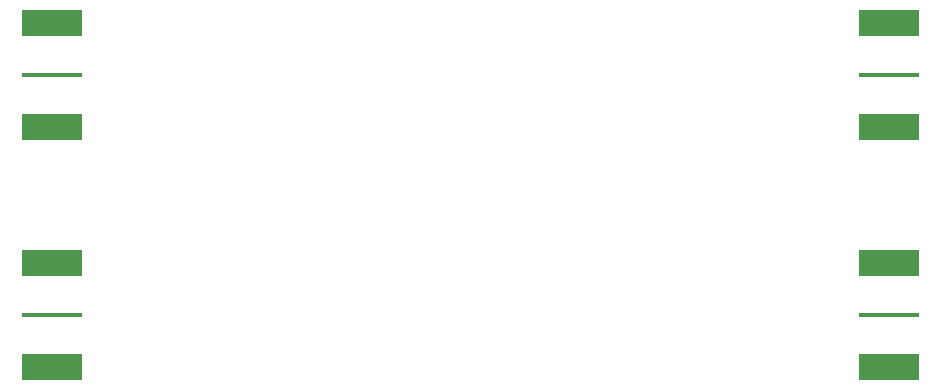
<source format=gtp>
G04*
G04 #@! TF.GenerationSoftware,Altium Limited,Altium Designer,19.1.7 (138)*
G04*
G04 Layer_Color=8421504*
%FSLAX25Y25*%
%MOIN*%
G70*
G01*
G75*
%ADD13R,0.20000X0.09000*%
%ADD14R,0.20000X0.01600*%
D13*
X10600Y22600D02*
D03*
Y57400D02*
D03*
Y102600D02*
D03*
Y137400D02*
D03*
X289400D02*
D03*
Y102600D02*
D03*
Y57400D02*
D03*
Y22600D02*
D03*
D14*
X10600Y40000D02*
D03*
Y120000D02*
D03*
X289400D02*
D03*
Y40000D02*
D03*
M02*

</source>
